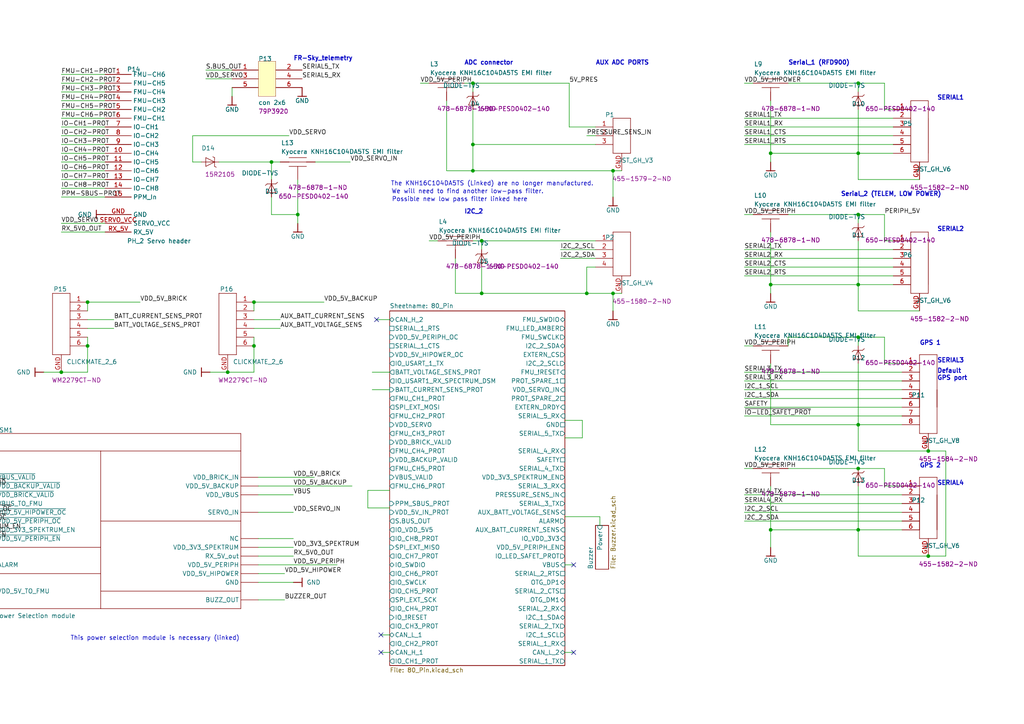
<source format=kicad_sch>
(kicad_sch (version 20250114) (generator "eeschema") (generator_version "9.0")
  (paper "A4")
  (lib_symbols
    (symbol "CB_REV_C:root_0_JST_GH_V3_CB_REV_C.SCHLIB" (pin_names (hide yes))
      (symbol "root_0_JST_GH_V3_CB_REV_C.SCHLIB_1_0"
        (polyline (pts (xy -2.54 7.62) (xy -2.54 -2.54)) (stroke (width 0) (color 128 0 0 1)))
        (polyline (pts (xy -2.54 -2.54) (xy 2.54 -2.54)) (stroke (width 0) (color 128 0 0 1)))
        (polyline (pts (xy 2.54 7.62) (xy -2.54 7.62)) (stroke (width 0) (color 128 0 0 1)))
        (polyline (pts (xy 2.54 -2.54) (xy 2.54 7.62)) (stroke (width 0) (color 128 0 0 1)))
        (pin passive line (at -7.62 5.08 0) (length 5.08) (name "1") (number "1"))
        (pin passive line (at -7.62 2.54 0) (length 5.08) (name "2") (number "2"))
        (pin passive line (at -7.62 0 0) (length 5.08) (name "3") (number "3"))
        (pin passive line (at 0 -7.62 90) (length 5.08) (name "GND") (number "GND"))
      )
    )
    (symbol "CB_REV_C:root_0_JST_GH_V4_CB_REV_C.SCHLIB" (pin_names (hide yes))
      (symbol "root_0_JST_GH_V4_CB_REV_C.SCHLIB_1_0"
        (polyline (pts (xy -2.54 10.16) (xy -2.54 -2.54)) (stroke (width 0) (color 128 0 0 1)))
        (polyline (pts (xy -2.54 -2.54) (xy 2.54 -2.54)) (stroke (width 0) (color 128 0 0 1)))
        (polyline (pts (xy 2.54 10.16) (xy -2.54 10.16)) (stroke (width 0) (color 128 0 0 1)))
        (polyline (pts (xy 2.54 -2.54) (xy 2.54 10.16)) (stroke (width 0) (color 128 0 0 1)))
        (pin passive line (at -7.62 7.62 0) (length 5.08) (name "1") (number "1"))
        (pin passive line (at -7.62 5.08 0) (length 5.08) (name "2") (number "2"))
        (pin passive line (at -7.62 2.54 0) (length 5.08) (name "3") (number "3"))
        (pin passive line (at -7.62 0 0) (length 5.08) (name "4") (number "4"))
        (pin passive line (at 0 -7.62 90) (length 5.08) (name "GND") (number "GND"))
      )
    )
    (symbol "CB_REV_C:root_0_JST_GH_V6_CB_REV_C.SCHLIB" (pin_names (hide yes))
      (symbol "root_0_JST_GH_V6_CB_REV_C.SCHLIB_1_0"
        (polyline (pts (xy -2.54 15.24) (xy -2.54 0)) (stroke (width 0) (color 128 0 0 1)))
        (polyline (pts (xy -2.54 10.16) (xy -2.54 -2.54)) (stroke (width 0) (color 128 0 0 1)))
        (polyline (pts (xy -2.54 -2.54) (xy 2.54 -2.54)) (stroke (width 0) (color 128 0 0 1)))
        (polyline (pts (xy 2.54 15.24) (xy -2.54 15.24)) (stroke (width 0) (color 128 0 0 1)))
        (polyline (pts (xy 2.54 0) (xy 2.54 15.24)) (stroke (width 0) (color 128 0 0 1)))
        (polyline (pts (xy 2.54 -2.54) (xy 2.54 10.16)) (stroke (width 0) (color 128 0 0 1)))
        (pin passive line (at -7.62 12.7 0) (length 5.08) (name "1") (number "1"))
        (pin passive line (at -7.62 10.16 0) (length 5.08) (name "2") (number "2"))
        (pin passive line (at -7.62 7.62 0) (length 5.08) (name "3") (number "3"))
        (pin passive line (at -7.62 5.08 0) (length 5.08) (name "4") (number "4"))
        (pin passive line (at -7.62 2.54 0) (length 5.08) (name "5") (number "5"))
        (pin passive line (at -7.62 0 0) (length 5.08) (name "6") (number "6"))
        (pin passive line (at 0 -7.62 90) (length 5.08) (name "GND") (number "GND"))
      )
    )
    (symbol "CB_REV_C:root_0_JST_GH_V8_CB_REV_C.SCHLIB" (pin_names (hide yes))
      (symbol "root_0_JST_GH_V8_CB_REV_C.SCHLIB_1_0"
        (polyline (pts (xy -2.54 20.32) (xy -2.54 5.08)) (stroke (width 0) (color 128 0 0 1)))
        (polyline (pts (xy -2.54 10.16) (xy -2.54 -2.54)) (stroke (width 0) (color 128 0 0 1)))
        (polyline (pts (xy -2.54 -2.54) (xy 2.54 -2.54)) (stroke (width 0) (color 128 0 0 1)))
        (polyline (pts (xy 2.54 20.32) (xy -2.54 20.32)) (stroke (width 0) (color 128 0 0 1)))
        (polyline (pts (xy 2.54 5.08) (xy 2.54 20.32)) (stroke (width 0) (color 128 0 0 1)))
        (polyline (pts (xy 2.54 -2.54) (xy 2.54 10.16)) (stroke (width 0) (color 128 0 0 1)))
        (pin passive line (at -7.62 17.78 0) (length 5.08) (name "1") (number "1"))
        (pin passive line (at -7.62 15.24 0) (length 5.08) (name "2") (number "2"))
        (pin passive line (at -7.62 12.7 0) (length 5.08) (name "3") (number "3"))
        (pin passive line (at -7.62 10.16 0) (length 5.08) (name "4") (number "4"))
        (pin passive line (at -7.62 7.62 0) (length 5.08) (name "5") (number "5"))
        (pin passive line (at -7.62 5.08 0) (length 5.08) (name "6") (number "6"))
        (pin passive line (at -7.62 2.54 0) (length 5.08) (name "7") (number "7"))
        (pin passive line (at -7.62 0 0) (length 5.08) (name "8") (number "8"))
        (pin passive line (at 0 -7.62 90) (length 5.08) (name "GND") (number "GND"))
      )
    )
    (symbol "CB_REV_C:root_0_KNH16C104DA5TS_CB_REV_C.SCHLIB" (pin_numbers (hide yes)) (pin_names (hide yes))
      (symbol "root_0_KNH16C104DA5TS_CB_REV_C.SCHLIB_1_0"
        (polyline (pts (xy 0 -1.27) (xy -2.54 -1.27)) (stroke (width 0) (color 128 0 0 1)))
        (polyline (pts (xy 0 -1.27) (xy 0 -2.54)) (stroke (width 0) (color 128 0 0 1)))
        (polyline (pts (xy 2.54 1.27) (xy -2.54 1.27)) (stroke (width 0) (color 128 0 0 1)))
        (polyline (pts (xy 2.54 0) (xy -2.54 0)) (stroke (width 0) (color 128 0 0 1)))
        (polyline (pts (xy 2.54 -1.27) (xy 0 -1.27)) (stroke (width 0) (color 128 0 0 1)))
        (pin passive line (at -5.08 0 0) (length 2.54) (name "P$1") (number "P$1"))
        (pin passive line (at 0 -5.08 90) (length 2.54) (name "GND") (number "GND"))
        (pin passive line (at 5.08 0 180) (length 2.54) (name "P$2") (number "P$2"))
      )
    )
    (symbol "CB_REV_C:root_0_PH_2 Servo header_CB_REV_C.SCHLIB"
      (symbol "root_0_PH_2 Servo header_CB_REV_C.SCHLIB_1_0"
        (pin passive line (at -7.62 30.48 0) (length 7.62) (name "FMU-CH6") (number "1"))
        (pin passive line (at -7.62 27.94 0) (length 7.62) (name "FMU-CH5") (number "2"))
        (pin passive line (at -7.62 25.4 0) (length 7.62) (name "FMU-CH4") (number "3"))
        (pin passive line (at -7.62 22.86 0) (length 7.62) (name "FMU-CH3") (number "4"))
        (pin passive line (at -7.62 20.32 0) (length 7.62) (name "FMU-CH2") (number "5"))
        (pin passive line (at -7.62 17.78 0) (length 7.62) (name "FMU-CH1") (number "6"))
        (pin passive line (at -7.62 15.24 0) (length 7.62) (name "IO-CH1") (number "7"))
        (pin passive line (at -7.62 12.7 0) (length 7.62) (name "IO-CH2") (number "8"))
        (pin passive line (at -7.62 10.16 0) (length 7.62) (name "IO-CH3") (number "9"))
        (pin passive line (at -7.62 7.62 0) (length 7.62) (name "IO-CH4") (number "10"))
        (pin passive line (at -7.62 5.08 0) (length 7.62) (name "IO-CH5") (number "11"))
        (pin passive line (at -7.62 2.54 0) (length 7.62) (name "IO-CH6") (number "12"))
        (pin passive line (at -7.62 0 0) (length 7.62) (name "IO-CH7") (number "13"))
        (pin passive line (at -7.62 -2.54 0) (length 7.62) (name "IO-CH8") (number "14"))
        (pin passive line (at -7.62 -5.08 0) (length 7.62) (name "PPM_In") (number "15"))
        (pin passive line (at -7.62 -10.16 0) (length 7.62) (name "GND") (number "GND"))
        (pin passive line (at -7.62 -12.7 0) (length 7.62) (name "SERVO_VCC") (number "SERVO_VCC"))
        (pin passive line (at -7.62 -15.24 0) (length 7.62) (name "RX_5V") (number "RX_5V"))
      )
    )
    (symbol "CB_REV_C:root_0_PSMPSM_CB_REV_C.SCHLIB" (pin_numbers (hide yes))
      (symbol "root_0_PSMPSM_CB_REV_C.SCHLIB_1_0"
        (polyline (pts (xy -22.86 43.18) (xy -22.86 38.1)) (stroke (width 0) (color 128 0 0 1)))
        (polyline (pts (xy -22.86 38.1) (xy 7.62 38.1)) (stroke (width 0) (color 128 0 0 1)))
        (polyline (pts (xy -22.86 10.16) (xy -22.86 38.1)) (stroke (width 0) (color 128 0 0 1)))
        (polyline (pts (xy -22.86 10.16) (xy 7.62 10.16)) (stroke (width 0) (color 128 0 0 1)))
        (polyline (pts (xy -22.86 2.54) (xy -22.86 10.16)) (stroke (width 0) (color 128 0 0 1)))
        (polyline (pts (xy -22.86 -7.62) (xy -22.86 2.54)) (stroke (width 0) (color 128 0 0 1)))
        (polyline (pts (xy 7.62 38.1) (xy 7.62 17.78)) (stroke (width 0) (color 128 0 0 1)))
        (polyline (pts (xy 7.62 38.1) (xy 48.26 38.1)) (stroke (width 0) (color 128 0 0 1)))
        (polyline (pts (xy 7.62 17.78) (xy 7.62 10.16)) (stroke (width 0) (color 128 0 0 1)))
        (polyline (pts (xy 7.62 17.78) (xy 48.26 17.78)) (stroke (width 0) (color 128 0 0 1)))
        (polyline (pts (xy 7.62 10.16) (xy 7.62 2.54)) (stroke (width 0) (color 128 0 0 1)))
        (polyline (pts (xy 7.62 2.54) (xy -22.86 2.54)) (stroke (width 0) (color 128 0 0 1)))
        (polyline (pts (xy 7.62 2.54) (xy 7.62 -2.54)) (stroke (width 0) (color 128 0 0 1)))
        (polyline (pts (xy 7.62 -2.54) (xy 7.62 -7.62)) (stroke (width 0) (color 128 0 0 1)))
        (polyline (pts (xy 7.62 -2.54) (xy 48.26 -2.54)) (stroke (width 0) (color 128 0 0 1)))
        (polyline (pts (xy 7.62 -7.62) (xy -22.86 -7.62)) (stroke (width 0) (color 128 0 0 1)))
        (polyline (pts (xy 7.62 -7.62) (xy 48.26 -7.62)) (stroke (width 0) (color 128 0 0 1)))
        (polyline (pts (xy 48.26 43.18) (xy -22.86 43.18)) (stroke (width 0) (color 128 0 0 1)))
        (polyline (pts (xy 48.26 38.1) (xy 48.26 43.18)) (stroke (width 0) (color 128 0 0 1)))
        (polyline (pts (xy 48.26 17.78) (xy 48.26 38.1)) (stroke (width 0) (color 128 0 0 1)))
        (polyline (pts (xy 48.26 -2.54) (xy 48.26 17.78)) (stroke (width 0) (color 128 0 0 1)))
        (polyline (pts (xy 48.26 -7.62) (xy 48.26 -2.54)) (stroke (width 0) (color 128 0 0 1)))
        (pin passive line (at -27.94 30.48 0) (length 5.08) (name "~{VBUS_VALID}") (number "!VBUS_VALID"))
        (pin passive line (at -27.94 27.94 0) (length 5.08) (name "~{VDD_BACKUP_VALID}") (number "!VDD_BACKUP_VALID"))
        (pin passive line (at -27.94 25.4 0) (length 5.08) (name "~{VDD_BRICK_VALID}") (number "!VDD_BRICK_VALID"))
        (pin passive line (at -27.94 22.86 0) (length 5.08) (name "VBUS_TO_FMU") (number "VBUS"))
        (pin passive line (at -27.94 20.32 0) (length 5.08) (name "~{VDD_5V_HIPOWER_OC}") (number "!VDD_5V_HIPOWER_OC"))
        (pin passive line (at -27.94 17.78 0) (length 5.08) (name "~{VDD_5V_PERIPH_OC}") (number "!VDD_5V_PERIPH_OC"))
        (pin passive line (at -27.94 15.24 0) (length 5.08) (name "VDD_3V3_SPEKTRUM_EN") (number "VDD_3V3_SPEKTRUM_EN"))
        (pin passive line (at -27.94 12.7 0) (length 5.08) (name "~{VDD_5V_PERIPH_EN}") (number "!VDD_5V_PERIPH_EN"))
        (pin passive line (at -27.94 5.08 0) (length 5.08) (name "ALARM") (number "ALARM"))
        (pin passive line (at -27.94 -2.54 0) (length 5.08) (name "VDD_5V_TO_FMU") (number "VDD_5V_IN_PROT"))
        (pin passive line (at 53.34 30.48 180) (length 5.08) (name "VDD_BRICK_IN") (number "VDD_BRICK_IN"))
        (pin passive line (at 53.34 27.94 180) (length 5.08) (name "VDD_5V_BACKUP") (number "VDD_5V_BACKUP"))
        (pin passive line (at 53.34 25.4 180) (length 5.08) (name "VDD_VBUS") (number "VDD_VBUS"))
        (pin passive line (at 53.34 20.32 180) (length 5.08) (name "SERVO_IN") (number "SERVO_IN"))
        (pin passive line (at 53.34 12.7 180) (length 5.08) (name "NC") (number "NC"))
        (pin passive line (at 53.34 10.16 180) (length 5.08) (name "VDD_3V3_SPEKTRUM") (number "SPEK"))
        (pin passive line (at 53.34 7.62 180) (length 5.08) (name "RX_5V_out") (number "RX"))
        (pin passive line (at 53.34 5.08 180) (length 5.08) (name "VDD_5V_PERIPH") (number "5V_PERIPH"))
        (pin passive line (at 53.34 2.54 180) (length 5.08) (name "VDD_5V_HIPOWER") (number "5V_HIPOWER"))
        (pin passive line (at 53.34 0 180) (length 5.08) (name "GND") (number "GND"))
        (pin passive line (at 53.34 -5.08 180) (length 5.08) (name "BUZZ_OUT") (number "BUZZER_OUT"))
      )
    )
    (symbol "CB_REV_C:root_0_con 2x6_CB_REV_C.SCHLIB" (pin_names (hide yes))
      (symbol "root_0_con 2x6_CB_REV_C.SCHLIB_1_0"
        (rectangle (start 2.54 5.08) (end -2.54 -5.08) (stroke (width 0.0254) (color 128 0 0 1)) (fill (type background)))
        (pin passive line (at -10.16 2.54 0) (length 7.62) (name "1") (number "1"))
        (pin passive line (at -10.16 0 0) (length 7.62) (name "3") (number "3"))
        (pin passive line (at -10.16 -2.54 0) (length 7.62) (name "5") (number "5"))
        (pin passive line (at 10.16 2.54 180) (length 7.62) (name "2") (number "2"))
        (pin passive line (at 10.16 0 180) (length 7.62) (name "4") (number "4"))
        (pin passive line (at 10.16 -2.54 180) (length 7.62) (name "6") (number "6"))
      )
    )
    (symbol "CB_REV_C:root_0_mirrored_CLICKMATE_2_6_CB_REV_C.SCHLIB" (pin_names (hide yes))
      (symbol "root_0_mirrored_CLICKMATE_2_6_CB_REV_C.SCHLIB_1_0"
        (polyline (pts (xy -2.54 15.24) (xy 2.54 15.24)) (stroke (width 0) (color 128 0 0 1)))
        (polyline (pts (xy -2.54 -2.54) (xy -2.54 15.24)) (stroke (width 0) (color 128 0 0 1)))
        (polyline (pts (xy 2.54 15.24) (xy 2.54 -2.54)) (stroke (width 0) (color 128 0 0 1)))
        (polyline (pts (xy 2.54 -2.54) (xy -2.54 -2.54)) (stroke (width 0) (color 128 0 0 1)))
        (pin passive line (at 0 -7.62 90) (length 5.08) (name "GND") (number "GND"))
        (pin passive line (at 7.62 12.7 180) (length 5.08) (name "1") (number "1"))
        (pin passive line (at 7.62 10.16 180) (length 5.08) (name "2") (number "2"))
        (pin passive line (at 7.62 7.62 180) (length 5.08) (name "3") (number "3"))
        (pin passive line (at 7.62 5.08 180) (length 5.08) (name "4") (number "4"))
        (pin passive line (at 7.62 2.54 180) (length 5.08) (name "5") (number "5"))
        (pin passive line (at 7.62 0 180) (length 5.08) (name "6") (number "6"))
      )
    )
    (symbol "CB_REV_C:root_1_DIODE-TVS_CB_REV_C.SCHLIB" (pin_numbers (hide yes)) (pin_names (hide yes))
      (symbol "root_1_DIODE-TVS_CB_REV_C.SCHLIB_1_0"
        (polyline (pts (xy -1.27 1.27) (xy -1.778 0.813)) (stroke (width 0) (color 128 0 0 1)))
        (polyline (pts (xy -1.27 -1.27) (xy 0 1.27)) (stroke (width 0) (color 128 0 0 1)))
        (polyline (pts (xy 0 1.27) (xy -1.27 1.27)) (stroke (width 0) (color 128 0 0 1)))
        (polyline (pts (xy 0 1.27) (xy 1.27 -1.27)) (stroke (width 0) (color 128 0 0 1)))
        (polyline (pts (xy 1.27 1.27) (xy 0 1.27)) (stroke (width 0) (color 128 0 0 1)))
        (polyline (pts (xy 1.27 -1.27) (xy -1.27 -1.27)) (stroke (width 0) (color 128 0 0 1)))
        (polyline (pts (xy 1.77 1.753) (xy 1.27 1.27)) (stroke (width 0) (color 128 0 0 1)))
        (pin passive line (at 0 2.54 270) (length 2.54) (name "C") (number "C"))
        (pin passive line (at 0 -2.54 90) (length 2.54) (name "A") (number "A"))
      )
    )
    (symbol "CB_REV_C:root_2_mirrored_DIODE-SCHOTTKY_MSMP_CB_REV_C.SCHLIB" (pin_numbers (hide yes)) (pin_names (hide yes))
      (symbol "root_2_mirrored_DIODE-SCHOTTKY_MSMP_CB_REV_C.SCHLIB_1_0"
        (polyline (pts (xy -1.27 1.27) (xy -1.27 -1.27)) (stroke (width 0) (color 128 0 0 1)))
        (polyline (pts (xy -1.27 -1.27) (xy 1.27 0)) (stroke (width 0) (color 128 0 0 1)))
        (polyline (pts (xy 0.762 1.524) (xy 1.27 1.27)) (stroke (width 0) (color 128 0 0 1)))
        (polyline (pts (xy 1.27 1.27) (xy 1.27 0)) (stroke (width 0) (color 128 0 0 1)))
        (polyline (pts (xy 1.27 0) (xy -1.27 1.27)) (stroke (width 0) (color 128 0 0 1)))
        (polyline (pts (xy 1.27 0) (xy 1.27 -1.27)) (stroke (width 0) (color 128 0 0 1)))
        (polyline (pts (xy 1.778 -1.524) (xy 1.27 -1.27)) (stroke (width 0) (color 128 0 0 1)))
        (pin passive line (at -2.54 0 0) (length 2.54) (name "A") (number "ANODE"))
        (pin passive line (at 2.54 0 180) (length 2.54) (name "C") (number "CATHODE"))
      )
    )
    (symbol "TransferProject-altium-import:GND_BAR" (power)
      (property "Value" "GND" (at 0 -3.81 0))
      (symbol "GND_BAR_0_0"
        (polyline (pts (xy -1.27 -2.54) (xy 1.27 -2.54)) (stroke (width 0.254)))
        (polyline (pts (xy 0 0) (xy 0 -2.54)) (stroke (width 0.254)))
        (pin power_in line (at 0 0 0) (length 0) (hide yes) (name "GND") (number ""))
      )
    )
  )
  (text "The KNH16C104DA5TS (Linked) are no longer manufactured." (at 142.748 53.34 0) (effects (font (size 1.27 1.27))))
  (text "SERIAL4" (at 271.78 140.97 0) (effects (font (size 1.27 1.27) (thickness 0.254) (bold yes)) (justify left bottom)))
  (text "SERIAL2" (at 271.78 67.31 0) (effects (font (size 1.27 1.27) (thickness 0.254) (bold yes)) (justify left bottom)))
  (text "ADC connector" (at 134.62 19.05 0) (effects (font (size 1.27 1.27) (thickness 0.254) (bold yes)) (justify left bottom)))
  (text "This power selection module is necessary (linked)" (at 44.958 185.166 0) (effects (font (size 1.27 1.27))))
  (text "GPS 1" (at 266.7 100.33 0) (effects (font (size 1.27 1.27) (thickness 0.254) (bold yes)) (justify left bottom)))
  (text " We will need to find another low-pass filter." (at 135.128 55.626 0) (effects (font (size 1.27 1.27))))
  (text "GPS 2" (at 266.7 135.89 0) (effects (font (size 1.27 1.27) (thickness 0.254) (bold yes)) (justify left bottom)))
  (text "SERIAL1" (at 271.78 29.21 0) (effects (font (size 1.27 1.27) (thickness 0.254) (bold yes)) (justify left bottom)))
  (text "SERIAL3" (at 271.78 105.41 0) (effects (font (size 1.27 1.27) (thickness 0.254) (bold yes)) (justify left bottom)))
  (text "Possible new low pass filter linked here" (at 133.35 57.912 0) (effects (font (size 1.27 1.27))))
  (text "Serial_2 (TELEM, LOW POWER)" (at 243.84 57.15 0) (effects (font (size 1.27 1.27) (thickness 0.254) (bold yes)) (justify left bottom)))
  (text "Default \nGPS port" (at 271.78 110.49 0) (effects (font (size 1.27 1.27) (thickness 0.254) (bold yes)) (justify left bottom)))
  (text "AUX ADC PORTS" (at 172.72 19.05 0) (effects (font (size 1.27 1.27) (thickness 0.254) (bold yes)) (justify left bottom)))
  (text "FR-Sky_telemetry" (at 85.09 17.78 0) (effects (font (size 1.27 1.27) (thickness 0.254) (bold yes)) (justify left bottom)))
  (text "Serial_1 (RFD900)" (at 228.6 19.05 0) (effects (font (size 1.27 1.27) (thickness 0.254) (bold yes)) (justify left bottom)))
  (text "I2C_2" (at 134.62 62.23 0) (effects (font (size 1.27 1.27) (thickness 0.254) (bold yes)) (justify left bottom)))
  (junction (at 223.52 153.67))
  (junction (at 17.78 107.95))
  (junction (at 66.04 107.95))
  (junction (at 269.24 161.29))
  (junction (at 269.24 130.81))
  (junction (at 137.16 24.13))
  (junction (at 248.92 82.55))
  (junction (at 25.4 87.63))
  (junction (at 177.8 49.53))
  (junction (at 25.4 100.33))
  (junction (at 137.16 41.91))
  (junction (at 248.92 97.79))
  (junction (at 248.92 123.19))
  (junction (at 86.36 62.23))
  (junction (at 78.74 46.99))
  (junction (at 223.52 82.55))
  (junction (at 139.7 85.09))
  (junction (at 177.8 85.09))
  (junction (at 223.52 44.45))
  (junction (at 139.7 69.85))
  (junction (at 73.66 87.63))
  (junction (at 248.92 44.45))
  (junction (at 248.92 62.23))
  (junction (at 170.18 85.09))
  (junction (at 73.66 100.33))
  (junction (at 248.92 24.13))
  (junction (at 248.92 153.67))
  (junction (at 137.16 49.53))
  (junction (at 248.92 135.89))
  (no_connect (at 110.49 184.15))
  (no_connect (at 166.37 189.23))
  (no_connect (at 110.49 189.23))
  (no_connect (at 109.22 92.71))
  (no_connect (at 166.37 163.83))
  (wire (pts (xy 215.9 107.95) (xy 261.62 107.95)))
  (wire (pts (xy 177.8 85.09) (xy 177.8 90.17)))
  (wire (pts (xy 248.92 44.45) (xy 248.92 31.75)))
  (wire (pts (xy 67.31 27.94) (xy 67.31 25.4)))
  (wire (pts (xy 113.03 113.03) (xy 107.95 113.03)))
  (wire (pts (xy 137.16 49.53) (xy 177.8 49.53)))
  (wire (pts (xy 180.34 85.09) (xy 177.8 85.09)))
  (wire (pts (xy 248.92 135.89) (xy 256.54 135.89)))
  (wire (pts (xy 274.32 161.29) (xy 274.32 130.81)))
  (wire (pts (xy 256.54 140.97) (xy 256.54 135.89)))
  (wire (pts (xy 17.78 36.83) (xy 30.48 36.83)))
  (wire (pts (xy 248.92 82.55) (xy 248.92 90.17)))
  (wire (pts (xy 248.92 161.29) (xy 269.24 161.29)))
  (wire (pts (xy -16.51 140.97) (xy -6.35 140.97)))
  (wire (pts (xy 113.03 189.23) (xy 110.49 189.23)))
  (wire (pts (xy -16.51 146.05) (xy -6.35 146.05)))
  (wire (pts (xy 269.24 161.29) (xy 274.32 161.29)))
  (wire (pts (xy 248.92 44.45) (xy 248.92 52.07)))
  (wire (pts (xy 17.78 52.07) (xy 30.48 52.07)))
  (wire (pts (xy 215.9 80.01) (xy 259.08 80.01)))
  (wire (pts (xy 256.54 31.75) (xy 256.54 24.13)))
  (wire (pts (xy 248.92 24.13) (xy 256.54 24.13)))
  (wire (pts (xy 17.78 24.13) (xy 30.48 24.13)))
  (wire (pts (xy 74.93 168.91) (xy 85.09 168.91)))
  (wire (pts (xy -16.51 151.13) (xy -6.35 151.13)))
  (wire (pts (xy 66.04 107.95) (xy 73.66 107.95)))
  (wire (pts (xy 228.6 24.13) (xy 248.92 24.13)))
  (wire (pts (xy 113.03 142.24) (xy 106.68 142.24)))
  (wire (pts (xy -16.51 148.59) (xy -6.35 148.59)))
  (wire (pts (xy 74.93 161.29) (xy 85.09 161.29)))
  (wire (pts (xy 17.78 44.45) (xy 30.48 44.45)))
  (wire (pts (xy 86.36 62.23) (xy 78.74 62.23)))
  (wire (pts (xy 74.93 148.59) (xy 85.09 148.59)))
  (wire (pts (xy -16.51 153.67) (xy -6.35 153.67)))
  (wire (pts (xy 137.16 49.53) (xy 129.54 49.53)))
  (wire (pts (xy 106.68 147.32) (xy 106.68 142.24)))
  (wire (pts (xy 30.48 64.77) (xy 17.78 64.77)))
  (wire (pts (xy 74.93 156.21) (xy 85.09 156.21)))
  (wire (pts (xy 215.9 148.59) (xy 261.62 148.59)))
  (wire (pts (xy 223.52 44.45) (xy 223.52 29.21)))
  (wire (pts (xy 223.52 82.55) (xy 248.92 82.55)))
  (wire (pts (xy 55.88 39.37) (xy 83.82 39.37)))
  (wire (pts (xy 78.74 46.99) (xy 81.28 46.99)))
  (wire (pts (xy 59.69 22.86) (xy 67.31 22.86)))
  (wire (pts (xy 139.7 85.09) (xy 170.18 85.09)))
  (wire (pts (xy 137.16 26.67) (xy 137.16 24.13)))
  (wire (pts (xy 248.92 97.79) (xy 256.54 97.79)))
  (wire (pts (xy 256.54 69.85) (xy 256.54 62.23)))
  (wire (pts (xy 17.78 26.67) (xy 30.48 26.67)))
  (wire (pts (xy 74.93 143.51) (xy 85.09 143.51)))
  (wire (pts (xy 166.37 189.23) (xy 163.83 189.23)))
  (wire (pts (xy 248.92 62.23) (xy 256.54 62.23)))
  (wire (pts (xy 139.7 72.39) (xy 139.7 69.85)))
  (wire (pts (xy 228.6 100.33) (xy 228.6 97.79)))
  (wire (pts (xy -16.51 138.43) (xy -6.35 138.43)))
  (wire (pts (xy 17.78 54.61) (xy 30.48 54.61)))
  (wire (pts (xy 162.56 74.93) (xy 172.72 74.93)))
  (wire (pts (xy 228.6 62.23) (xy 248.92 62.23)))
  (wire (pts (xy 25.4 100.33) (xy 25.4 97.79)))
  (wire (pts (xy 73.66 95.25) (xy 81.28 95.25)))
  (wire (pts (xy 137.16 49.53) (xy 137.16 41.91)))
  (wire (pts (xy 248.92 153.67) (xy 248.92 140.97)))
  (wire (pts (xy 256.54 31.75) (xy 259.08 31.75)))
  (wire (pts (xy 139.7 69.85) (xy 172.72 69.85)))
  (wire (pts (xy 30.48 57.15) (xy 17.78 57.15)))
  (wire (pts (xy 73.66 92.71) (xy 81.28 92.71)))
  (wire (pts (xy 132.08 74.93) (xy 132.08 85.09)))
  (wire (pts (xy 17.78 41.91) (xy 30.48 41.91)))
  (wire (pts (xy 74.93 138.43) (xy 91.186 138.43)))
  (wire (pts (xy 215.9 34.29) (xy 259.08 34.29)))
  (wire (pts (xy 256.54 105.41) (xy 256.54 97.79)))
  (wire (pts (xy 124.46 69.85) (xy 127 69.85)))
  (wire (pts (xy 30.48 67.31) (xy 17.78 67.31)))
  (wire (pts (xy 168.91 127) (xy 163.83 127)))
  (wire (pts (xy 137.16 24.13) (xy 165.1 24.13)))
  (wire (pts (xy 215.9 135.89) (xy 218.44 135.89)))
  (wire (pts (xy 223.52 153.67) (xy 248.92 153.67)))
  (wire (pts (xy 215.9 72.39) (xy 259.08 72.39)))
  (wire (pts (xy 223.52 158.75) (xy 223.52 153.67)))
  (wire (pts (xy 248.92 44.45) (xy 259.08 44.45)))
  (wire (pts (xy 215.9 113.03) (xy 261.62 113.03)))
  (wire (pts (xy -16.51 156.21) (xy -6.35 156.21)))
  (wire (pts (xy 86.36 62.23) (xy 86.36 52.07)))
  (wire (pts (xy 139.7 85.09) (xy 139.7 77.47)))
  (wire (pts (xy 74.93 140.97) (xy 102.108 140.97)))
  (wire (pts (xy 63.5 46.99) (xy 78.74 46.99)))
  (wire (pts (xy 248.92 123.19) (xy 248.92 105.41)))
  (wire (pts (xy 215.9 146.05) (xy 261.62 146.05)))
  (wire (pts (xy 132.08 85.09) (xy 139.7 85.09)))
  (wire (pts (xy 248.92 82.55) (xy 248.92 69.85)))
  (wire (pts (xy 25.4 87.63) (xy 40.64 87.63)))
  (wire (pts (xy 170.18 85.09) (xy 177.8 85.09)))
  (wire (pts (xy 12.7 107.95) (xy 17.78 107.95)))
  (wire (pts (xy 248.92 90.17) (xy 266.7 90.17)))
  (wire (pts (xy 55.88 46.99) (xy 55.88 39.37)))
  (wire (pts (xy 248.92 123.19) (xy 261.62 123.19)))
  (wire (pts (xy 173.99 149.86) (xy 163.83 149.86)))
  (wire (pts (xy 60.96 107.95) (xy 66.04 107.95)))
  (wire (pts (xy 223.52 123.19) (xy 248.92 123.19)))
  (wire (pts (xy 58.42 46.99) (xy 55.88 46.99)))
  (wire (pts (xy 168.91 121.92) (xy 168.91 127)))
  (wire (pts (xy 177.8 57.15) (xy 177.8 49.53)))
  (wire (pts (xy 215.9 41.91) (xy 259.08 41.91)))
  (wire (pts (xy 215.9 118.11) (xy 261.62 118.11)))
  (wire (pts (xy 25.4 92.71) (xy 33.02 92.71)))
  (wire (pts (xy 137.16 41.91) (xy 172.72 41.91)))
  (wire (pts (xy 223.52 123.19) (xy 223.52 105.41)))
  (wire (pts (xy 223.52 44.45) (xy 248.92 44.45)))
  (wire (pts (xy 17.78 21.59) (xy 30.48 21.59)))
  (wire (pts (xy 73.66 100.33) (xy 73.66 97.79)))
  (wire (pts (xy 113.03 184.15) (xy 110.49 184.15)))
  (wire (pts (xy 248.92 161.29) (xy 248.92 153.67)))
  (wire (pts (xy 166.37 163.83) (xy 163.83 163.83)))
  (wire (pts (xy 228.6 97.79) (xy 248.92 97.79)))
  (wire (pts (xy 256.54 140.97) (xy 261.62 140.97)))
  (wire (pts (xy 215.9 39.37) (xy 259.08 39.37)))
  (wire (pts (xy 248.92 153.67) (xy 261.62 153.67)))
  (wire (pts (xy -16.51 171.45) (xy -6.35 171.45)))
  (wire (pts (xy 215.9 115.57) (xy 261.62 115.57)))
  (wire (pts (xy 165.1 36.83) (xy 165.1 24.13)))
  (wire (pts (xy 59.69 20.32) (xy 67.31 20.32)))
  (wire (pts (xy 106.68 147.32) (xy 113.03 147.32)))
  (wire (pts (xy 78.74 52.07) (xy 78.74 46.99)))
  (wire (pts (xy 113.03 92.71) (xy 109.22 92.71)))
  (wire (pts (xy 223.52 82.55) (xy 223.52 67.31)))
  (wire (pts (xy 137.16 69.85) (xy 139.7 69.85)))
  (wire (pts (xy 137.16 41.91) (xy 137.16 31.75)))
  (wire (pts (xy 269.24 130.81) (xy 274.32 130.81)))
  (wire (pts (xy 17.78 29.21) (xy 30.48 29.21)))
  (wire (pts (xy 248.92 52.07) (xy 266.7 52.07)))
  (wire (pts (xy 215.9 74.93) (xy 259.08 74.93)))
  (wire (pts (xy 113.03 107.95) (xy 107.95 107.95)))
  (wire (pts (xy 74.93 163.83) (xy 97.79 163.83)))
  (wire (pts (xy 215.9 151.13) (xy 261.62 151.13)))
  (wire (pts (xy 134.62 24.13) (xy 137.16 24.13)))
  (wire (pts (xy 86.36 64.77) (xy 86.36 62.23)))
  (wire (pts (xy 170.18 77.47) (xy 170.18 85.09)))
  (wire (pts (xy 73.66 90.17) (xy 73.66 87.63)))
  (wire (pts (xy 248.92 82.55) (xy 259.08 82.55)))
  (wire (pts (xy 223.52 46.99) (xy 223.52 44.45)))
  (wire (pts (xy 74.93 158.75) (xy 85.09 158.75)))
  (wire (pts (xy 17.78 31.75) (xy 30.48 31.75)))
  (wire (pts (xy 215.9 120.65) (xy 261.62 120.65)))
  (wire (pts (xy 215.9 143.51) (xy 261.62 143.51)))
  (wire (pts (xy 121.92 24.13) (xy 124.46 24.13)))
  (wire (pts (xy 163.83 121.92) (xy 168.91 121.92)))
  (wire (pts (xy 215.9 77.47) (xy 259.08 77.47)))
  (wire (pts (xy 248.92 100.33) (xy 248.92 97.79)))
  (wire (pts (xy 129.54 49.53) (xy 129.54 29.21)))
  (wire (pts (xy 215.9 100.33) (xy 218.44 100.33)))
  (wire (pts (xy 170.18 77.47) (xy 172.72 77.47)))
  (wire (pts (xy 215.9 36.83) (xy 259.08 36.83)))
  (wire (pts (xy 215.9 62.23) (xy 218.44 62.23)))
  (wire (pts (xy 165.1 36.83) (xy 172.72 36.83)))
  (wire (pts (xy 17.78 107.95) (xy 25.4 107.95)))
  (wire (pts (xy 223.52 153.67) (xy 223.52 140.97)))
  (wire (pts (xy 170.18 39.37) (xy 172.72 39.37)))
  (wire (pts (xy 74.93 166.37) (xy 82.55 166.37)))
  (wire (pts (xy 248.92 130.81) (xy 269.24 130.81)))
  (wire (pts (xy 25.4 95.25) (xy 33.02 95.25)))
  (wire (pts (xy 173.99 149.86) (xy 173.99 152.4)))
  (wire (pts (xy 17.78 39.37) (xy 30.48 39.37)))
  (wire (pts (xy 73.66 87.63) (xy 93.98 87.63)))
  (wire (pts (xy 17.78 49.53) (xy 30.48 49.53)))
  (wire (pts (xy 17.78 34.29) (xy 30.48 34.29)))
  (wire (pts (xy -16.51 163.83) (xy -6.35 163.83)))
  (wire (pts (xy 215.9 110.49) (xy 261.62 110.49)))
  (wire (pts (xy 256.54 69.85) (xy 259.08 69.85)))
  (wire (pts (xy 248.92 26.67) (xy 248.92 24.13)))
  (wire (pts (xy 256.54 105.41) (xy 261.62 105.41)))
  (wire (pts (xy 91.44 46.99) (xy 101.6 46.99)))
  (wire (pts (xy 162.56 72.39) (xy 172.72 72.39)))
  (wire (pts (xy 228.6 135.89) (xy 248.92 135.89)))
  (wire (pts (xy 25.4 90.17) (xy 25.4 87.63)))
  (wire (pts (xy 223.52 85.09) (xy 223.52 82.55)))
  (wire (pts (xy 248.92 64.77) (xy 248.92 62.23)))
  (wire (pts (xy 25.4 107.95) (xy 25.4 100.33)))
  (wire (pts (xy 74.93 173.99) (xy 82.55 173.99)))
  (wire (pts (xy 177.8 49.53) (xy 180.34 49.53)))
  (wire (pts (xy 78.74 62.23) (xy 78.74 57.15)))
  (wire (pts (xy 17.78 46.99) (xy 30.48 46.99)))
  (wire (pts (xy 248.92 130.81) (xy 248.92 123.19)))
  (wire (pts (xy 73.66 107.95) (xy 73.66 100.33)))
  (wire (pts (xy 215.9 24.13) (xy 218.44 24.13)))
  (wire (pts (xy -16.51 143.51) (xy -6.35 143.51)))
  (label "FMU-CH5-PROT" (at 17.78 31.75 0))
  (label "IO-CH4-PROT" (at 17.78 44.45 0))
  (label "RX_5V0_OUT" (at 17.78 67.31 0))
  (label "VDD_SERVO" (at 17.78 64.77 0))
  (label "IO-CH6-PROT" (at 17.78 49.53 0))
  (label "SERIAL4_RX" (at 215.9 146.05 0))
  (label "FMU-CH6-PROT" (at 17.78 34.29 0))
  (label "IO-CH7-PROT" (at 17.78 52.07 0))
  (label "VDD_5V_PERIPH" (at 124.46 69.85 0))
  (label "SERIAL1_TX" (at 215.9 34.29 0))
  (label "VDD_3V3_SPEKTRUM_EN" (at -16.51 153.67 0))
  (label "SERIAL5_RX" (at 87.63 22.86 0))
  (label "VDD_5V_BACKUP" (at 85.09 140.97 0))
  (label "AUX_BATT_VOLTAGE_SENS" (at 81.28 95.25 0))
  (label "~{VDD_5V_HIPOWER_OC}" (at -16.51 148.59 0))
  (label "SERIAL3_RX" (at 215.9 110.49 0))
  (label "VBUS" (at -16.51 146.05 0))
  (label "VBUS" (at 85.09 143.51 0))
  (label "IO-CH1-PROT" (at 17.78 36.83 0))
  (label "VDD_SERVO" (at 83.82 39.37 0))
  (label "IO-CH3-PROT" (at 17.78 41.91 0))
  (label "VDD_3V3_SPEKTRUM" (at 85.09 158.75 0))
  (label "VDD_5V_BRICK" (at 85.09 138.43 0))
  (label "BATT_VOLTAGE_SENS_PROT" (at 33.02 95.25 0))
  (label "I2C_1_SCL" (at 215.9 113.03 0))
  (label "~{VDD_5V_PERIPH_OC}" (at -16.51 151.13 0))
  (label "VDD_5V_IN_PROT" (at -16.51 171.45 0))
  (label "5V_PRES" (at 165.1 24.13 0))
  (label "FMU-CH2-PROT" (at 17.78 24.13 0))
  (label "I2C_2_SCL" (at 215.9 148.59 0))
  (label "VDD_SERVO_IN" (at 85.09 148.59 0))
  (label "FMU-CH4-PROT" (at 17.78 29.21 0))
  (label "SERIAL4_TX" (at 215.9 143.51 0))
  (label "SERIAL2_RX" (at 215.9 74.93 0))
  (label "VDD_5V_PERIPH" (at 215.9 100.33 0))
  (label "I2C_1_SDA" (at 215.9 115.57 0))
  (label "VDD_5V_PERIPH" (at 215.9 135.89 0))
  (label "SERIAL1_RTS" (at 215.9 41.91 0))
  (label "SERIAL1_CTS" (at 215.9 39.37 0))
  (label "AUX_BATT_CURRENT_SENS" (at 81.28 92.71 0))
  (label "SERIAL3_TX" (at 215.9 107.95 0))
  (label "BUZZER_OUT" (at 82.55 173.99 0))
  (label "SAFETY" (at 215.9 118.11 0))
  (label "I2C_2_SCL" (at 162.56 72.39 0))
  (label "VDD_5V_BACKUP" (at 93.98 87.63 0))
  (label "VDD_5V_PERIPH" (at 121.92 24.13 0))
  (label "FMU-CH1-PROT" (at 17.78 21.59 0))
  (label "SERIAL2_RTS" (at 215.9 80.01 0))
  (label "VDD_5V_HIPOWER" (at 82.55 166.37 0))
  (label "VDD_5V_HIPOWER" (at 215.9 24.13 0))
  (label "S.BUS_OUT" (at 59.69 20.32 0))
  (label "SERIAL1_RX" (at 215.9 36.83 0))
  (label "IO-CH2-PROT" (at 17.78 39.37 0))
  (label "VDD_SERVO_IN" (at 101.6 46.99 0))
  (label "~{VDD_5V_PERIPH_EN}" (at -16.51 156.21 0))
  (label "~{VDD_BACKUP_VALID}" (at -16.51 140.97 0))
  (label "I2C_2_SDA" (at 215.9 151.13 0))
  (label "SERIAL2_TX" (at 215.9 72.39 0))
  (label "VDD_5V_BRICK" (at 40.64 87.63 0))
  (label "VDD_SERVO" (at 59.69 22.86 0))
  (label "VDD_5V_PERIPH" (at 85.09 163.83 0))
  (label "I2C_2_SDA" (at 162.56 74.93 0))
  (label "PRESSURE_SENS_IN" (at 170.18 39.37 0))
  (label "FMU-CH3-PROT" (at 17.78 26.67 0))
  (label "IO-CH5-PROT" (at 17.78 46.99 0))
  (label "SERIAL2_CTS" (at 215.9 77.47 0))
  (label "~{VBUS_VALID}" (at -16.51 138.43 0))
  (label "~{VDD_BRICK_VALID}" (at -16.51 143.51 0))
  (label "PERIPH_5V" (at 256.54 62.23 0))
  (label "VDD_5V_PERIPH" (at 215.9 62.23 0))
  (label "IO-CH8-PROT" (at 17.78 54.61 0))
  (label "ALARM" (at -16.51 163.83 0))
  (label "RX_5V0_OUT" (at 85.09 161.29 0))
  (label "PPM-SBUS-PROT" (at 17.78 57.15 0))
  (label "BATT_CURRENT_SENS_PROT" (at 33.02 92.71 0))
  (label "SERIAL5_TX" (at 87.63 20.32 0))
  (label "~{IO-LED_SAFET_PROT}" (at 215.9 120.65 0))
  (symbol (lib_id "CB_REV_C:root_0_mirrored_CLICKMATE_2_6_CB_REV_C.SCHLIB") (at 17.78 100.33 0) (unit 1)
    (property "Reference" "P15" (at 15.494 84.582 0) (effects (justify left bottom)))
    (property "Value" "CLICKMATE_2_6" (at 19.304 105.664 0) (effects (justify left bottom)))
    (property "Footprint" "CLICKMATE_V6_2MM" (effects (hide yes)))
    (property "Description" "Connector, Header, 6Pos, 2.54MM, Vert, THT, Au" (effects (hide yes)))
    (property "SUPPLIER 1" "Digi-Key" (effects (hide yes)))
    (property "SUPPLIER PART NUMBER 1" "WM2279CT-ND" (at 14.986 110.998 0) (effects (justify left bottom)))
  )
  (symbol (lib_id "CB_REV_C:root_0_JST_GH_V3_CB_REV_C.SCHLIB") (at 180.34 41.91 0) (unit 1)
    (property "Reference" "P1" (at 175.514 34.036 0) (effects (justify left bottom)))
    (property "Value" "JST_GH_V3" (at 179.324 47.244 0) (effects (justify left bottom)))
    (property "Footprint" "JST_GH_V3" (effects (hide yes)))
    (property "Description" "BM03B-GHS-TBT" (effects (hide yes)))
    (property "SUPPLIER 1" "Digi-Key" (effects (hide yes)))
    (property "SUPPLIER PART NUMBER 1" "455-1579-2-ND" (at 177.546 52.578 0) (effects (justify left bottom)))
  )
  (symbol (lib_id "CB_REV_C:root_1_DIODE-TVS_CB_REV_C.SCHLIB") (at 248.92 138.43 0) (unit 1)
    (property "Reference" "D13" (at 250.952 140.081 0) (effects (justify right bottom)))
    (property "Value" "DIODE-TVS" (at 250.952 134.747 0) (effects (justify right bottom)))
    (property "Footprint" "0402-TVS" (effects (hide yes)))
    (property "Description" "Diode, TVS, 14VWM, 40VC, 0402, SMD" (effects (hide yes)))
    (property "SUPPLIER 1" "Mouser" (effects (hide yes)))
    (property "SUPPLIER PART NUMBER 1" "650-PESD0402-140" (at 250.944 141.503 0) (effects (justify left bottom)))
  )
  (symbol (lib_id "CB_REV_C:root_0_JST_GH_V6_CB_REV_C.SCHLIB") (at 266.7 44.45 0) (unit 1)
    (property "Reference" "P5" (at 261.874 36.576 0) (effects (justify left bottom)))
    (property "Value" "JST_GH_V6" (at 265.684 49.784 0) (effects (justify left bottom)))
    (property "Footprint" "JST_GH_V6" (effects (hide yes)))
    (property "Description" "BM06B-GHS-TBT" (effects (hide yes)))
    (property "SUPPLIER 1" "Digi-Key" (effects (hide yes)))
    (property "SUPPLIER PART NUMBER 1" "455-1582-2-ND" (at 263.906 55.118 0) (effects (justify left bottom)))
  )
  (symbol (lib_id "TransferProject-altium-import:GND_BAR") (at 223.52 85.09 0) (unit 1)
    (property "Reference" "#PWR036" (effects (hide yes)))
    (property "Value" "GND" (at 223.52 88.9 0))
  )
  (symbol (lib_id "CB_REV_C:root_0_JST_GH_V6_CB_REV_C.SCHLIB") (at 269.24 153.67 0) (unit 1)
    (property "Reference" "P12" (at 264.414 145.796 0) (effects (justify left bottom)))
    (property "Value" "JST_GH_V6" (at 268.224 159.004 0) (effects (justify left bottom)))
    (property "Footprint" "JST_GH_V6" (effects (hide yes)))
    (property "Description" "BM06B-GHS-TBT" (effects (hide yes)))
    (property "SUPPLIER 1" "Digi-Key" (effects (hide yes)))
    (property "SUPPLIER PART NUMBER 1" "455-1582-2-ND" (at 266.446 164.338 0) (effects (justify left bottom)))
  )
  (symbol (lib_id "CB_REV_C:root_2_mirrored_DIODE-SCHOTTKY_MSMP_CB_REV_C.SCHLIB") (at 60.96 46.99 0) (unit 1)
    (property "Reference" "D14" (at 58.42 43.688 0) (effects (justify left bottom)))
    (property "Value" "MSS1P4-M3" (effects (hide yes)))
    (property "Footprint" "MICROSMP" (effects (hide yes)))
    (property "Description" "Diode, Schottky, 40V, 1A, MicroSMP, SMD" (effects (hide yes)))
    (property "SUPPLIER 1" "Newark" (effects (hide yes)))
    (property "SUPPLIER PART NUMBER 1" "15R2105" (at 59.436 51.308 0) (effects (justify left bottom)))
  )
  (symbol (lib_id "TransferProject-altium-import:GND_BAR") (at 223.52 158.75 0) (unit 1)
    (property "Reference" "#PWR043" (effects (hide yes)))
    (property "Value" "GND" (at 223.52 162.56 0))
  )
  (symbol (lib_id "CB_REV_C:root_0_JST_GH_V8_CB_REV_C.SCHLIB") (at 269.24 123.19 0) (unit 1)
    (property "Reference" "P11" (at 264.414 115.316 0) (effects (justify left bottom)))
    (property "Value" "JST_GH_V8" (at 268.224 128.524 0) (effects (justify left bottom)))
    (property "Footprint" "JST_GH_V8" (effects (hide yes)))
    (property "Description" "BM08B-GHS-TBT" (effects (hide yes)))
    (property "SUPPLIER 1" "Digi-Key" (effects (hide yes)))
    (property "SUPPLIER PART NUMBER 1" "455-1584-2-ND" (at 266.446 133.858 0) (effects (justify left bottom)))
  )
  (symbol (lib_id "TransferProject-altium-import:GND_BAR") (at 177.8 57.15 0) (unit 1)
    (property "Reference" "#PWR031" (effects (hide yes)))
    (property "Value" "GND" (at 177.8 60.96 0))
  )
  (symbol (lib_id "TransferProject-altium-import:GND_BAR") (at 85.09 168.91 90) (unit 1)
    (property "Reference" "#PWR049" (effects (hide yes)))
    (property "Value" "GND" (at 88.9 168.91 90) (effects (justify right)))
  )
  (symbol (lib_id "CB_REV_C:root_1_DIODE-TVS_CB_REV_C.SCHLIB") (at 78.74 54.61 0) (unit 1)
    (property "Reference" "D15" (at 80.772 56.261 0) (effects (justify right bottom)))
    (property "Value" "DIODE-TVS" (at 80.772 50.927 0) (effects (justify right bottom)))
    (property "Footprint" "0402-TVS" (effects (hide yes)))
    (property "Description" "Diode, TVS, 14VWM, 40VC, 0402, SMD" (effects (hide yes)))
    (property "SUPPLIER 1" "Mouser" (effects (hide yes)))
    (property "SUPPLIER PART NUMBER 1" "650-PESD0402-140" (at 80.764 57.683 0) (effects (justify left bottom)))
  )
  (symbol (lib_id "TransferProject-altium-import:GND_BAR") (at 86.36 64.77 0) (unit 1)
    (property "Reference" "#PWR044" (effects (hide yes)))
    (property "Value" "GND" (at 86.36 68.58 0))
  )
  (symbol (lib_id "CB_REV_C:root_0_KNH16C104DA5TS_CB_REV_C.SCHLIB") (at 223.52 100.33 0) (unit 1)
    (property "Reference" "L11" (at 218.694 95.504 0) (effects (justify left bottom)))
    (property "Value" "Kyocera KNH16C104DA5TS EMI filter" (at 218.694 98.044 0) (effects (justify left bottom)))
    (property "Footprint" "KYOCERA-KNH16-DA" (effects (hide yes)))
    (property "Description" "Capacitor, Filter, 0.1uF, 25V, 2A, 0603, SMD" (effects (hide yes)))
    (property "SUPPLIER 1" "Digi-Key" (effects (hide yes)))
    (property "SUPPLIER PART NUMBER 1" "478-6878-1-ND" (at 220.726 108.458 0) (effects (justify left bottom)))
  )
  (symbol (lib_id "CB_REV_C:root_0_PSMPSM_CB_REV_C.SCHLIB") (at 21.59 168.91 0) (unit 1)
    (property "Reference" "PSM1" (at -1.524 125.476 0) (effects (justify left bottom)))
    (property "Value" "Power Selection module" (at -1.524 179.324 0) (effects (justify left bottom)))
    (property "Footprint" "PSM" (effects (hide yes)))
    (property "Description" "PCA, PSM, Assembly" (effects (hide yes)))
  )
  (symbol (lib_id "CB_REV_C:root_1_DIODE-TVS_CB_REV_C.SCHLIB") (at 248.92 67.31 0) (unit 1)
    (property "Reference" "D11" (at 250.952 68.961 0) (effects (justify right bottom)))
    (property "Value" "DIODE-TVS" (at 250.952 63.627 0) (effects (justify right bottom)))
    (property "Footprint" "0402-TVS" (effects (hide yes)))
    (property "Description" "Diode, TVS, 14VWM, 40VC, 0402, SMD" (effects (hide yes)))
    (property "SUPPLIER 1" "Mouser" (effects (hide yes)))
    (property "SUPPLIER PART NUMBER 1" "650-PESD0402-140" (at 250.944 70.383 0) (effects (justify left bottom)))
  )
  (symbol (lib_id "TransferProject-altium-import:GND_BAR") (at 223.52 46.99 0) (unit 1)
    (property "Reference" "#PWR035" (effects (hide yes)))
    (property "Value" "GND" (at 223.52 50.8 0))
  )
  (symbol (lib_id "CB_REV_C:root_0_KNH16C104DA5TS_CB_REV_C.SCHLIB") (at 223.52 135.89 0) (unit 1)
    (property "Reference" "L12" (at 218.694 131.064 0) (effects (justify left bottom)))
    (property "Value" "Kyocera KNH16C104DA5TS EMI filter" (at 218.694 133.604 0) (effects (justify left bottom)))
    (property "Footprint" "KYOCERA-KNH16-DA" (effects (hide yes)))
    (property "Description" "Capacitor, Filter, 0.1uF, 25V, 2A, 0603, SMD" (effects (hide yes)))
    (property "SUPPLIER 1" "Digi-Key" (effects (hide yes)))
    (property "SUPPLIER PART NUMBER 1" "478-6878-1-ND" (at 220.726 144.018 0) (effects (justify left bottom)))
  )
  (symbol (lib_id "CB_REV_C:root_0_KNH16C104DA5TS_CB_REV_C.SCHLIB") (at 223.52 62.23 0) (unit 1)
    (property "Reference" "L10" (at 218.694 57.404 0) (effects (justify left bottom)))
    (property "Value" "Kyocera KNH16C104DA5TS EMI filter" (at 218.694 59.944 0) (effects (justify left bottom)))
    (property "Footprint" "KYOCERA-KNH16-DA" (effects (hide yes)))
    (property "Description" "Capacitor, Filter, 0.1uF, 25V, 2A, 0603, SMD" (effects (hide yes)))
    (property "SUPPLIER 1" "Digi-Key" (effects (hide yes)))
    (property "SUPPLIER PART NUMBER 1" "478-6878-1-ND" (at 220.726 70.358 0) (effects (justify left bottom)))
  )
  (symbol (lib_id "CB_REV_C:root_0_PH_2 Servo header_CB_REV_C.SCHLIB") (at 38.1 52.07 0) (unit 1)
    (property "Reference" "P14" (at 36.83 20.828 0) (effects (justify left bottom)))
    (property "Value" "PH_2 Servo header" (at 36.83 70.612 0) (effects (justify left bottom)))
    (property "Footprint" "TSW-115-08-G-T-RA" (effects (hide yes)))
    (property "Description" "Connector, Header, 45Pos, 2.54MM, R/A, THT, Tin" (effects (hide yes)))
  )
  (symbol (lib_id "CB_REV_C:root_0_KNH16C104DA5TS_CB_REV_C.SCHLIB") (at 129.54 24.13 0) (unit 1)
    (property "Reference" "L3" (at 124.714 19.304 0) (effects (justify left bottom)))
    (property "Value" "Kyocera KNH16C104DA5TS EMI filter" (at 124.714 21.844 0) (effects (justify left bottom)))
    (property "Footprint" "KYOCERA-KNH16-DA" (effects (hide yes)))
    (property "Description" "Capacitor, Filter, 0.1uF, 25V, 2A, 0603, SMD" (effects (hide yes)))
    (property "SUPPLIER 1" "Digi-Key" (effects (hide yes)))
    (property "SUPPLIER PART NUMBER 1" "478-6878-1-ND" (at 126.746 32.258 0) (effects (justify left bottom)))
  )
  (symbol (lib_id "CB_REV_C:root_1_DIODE-TVS_CB_REV_C.SCHLIB") (at 248.92 102.87 0) (unit 1)
    (property "Reference" "D12" (at 250.952 104.521 0) (effects (justify right bottom)))
    (property "Value" "DIODE-TVS" (at 250.952 99.187 0) (effects (justify right bottom)))
    (property "Footprint" "0402-TVS" (effects (hide yes)))
    (property "Description" "Diode, TVS, 14VWM, 40VC, 0402, SMD" (effects (hide yes)))
    (property "SUPPLIER 1" "Mouser" (effects (hide yes)))
    (property "SUPPLIER PART NUMBER 1" "650-PESD0402-140" (at 250.944 105.943 0) (effects (justify left bottom)))
  )
  (symbol (lib_id "TransferProject-altium-import:GND_BAR") (at 60.96 107.95 270) (unit 1)
    (property "Reference" "#PWR048" (effects (hide yes)))
    (property "Value" "GND" (at 57.15 107.95 90) (effects (justify right)))
  )
  (symbol (lib_id "CB_REV_C:root_0_JST_GH_V6_CB_REV_C.SCHLIB") (at 266.7 82.55 0) (unit 1)
    (property "Reference" "P6" (at 261.874 74.676 0) (effects (justify left bottom)))
    (property "Value" "JST_GH_V6" (at 265.684 87.884 0) (effects (justify left bottom)))
    (property "Footprint" "JST_GH_V6" (effects (hide yes)))
    (property "Description" "BM06B-GHS-TBT" (effects (hide yes)))
    (property "SUPPLIER 1" "Digi-Key" (effects (hide yes)))
    (property "SUPPLIER PART NUMBER 1" "455-1582-2-ND" (at 263.906 93.218 0) (effects (justify left bottom)))
  )
  (symbol (lib_id "TransferProject-altium-import:GND_BAR") (at 30.48 62.23 270) (unit 1)
    (property "Reference" "#PWR047" (effects (hide yes)))
    (property "Value" "GND" (at 26.67 62.23 90) (effects (justify right)))
  )
  (symbol (lib_id "TransferProject-altium-import:GND_BAR") (at 87.63 25.4 0) (unit 1)
    (property "Reference" "#PWR046" (effects (hide yes)))
    (property "Value" "GND" (at 87.63 29.21 0))
  )
  (symbol (lib_id "CB_REV_C:root_0_KNH16C104DA5TS_CB_REV_C.SCHLIB") (at 86.36 46.99 0) (unit 1)
    (property "Reference" "L13" (at 81.534 42.164 0) (effects (justify left bottom)))
    (property "Value" "Kyocera KNH16C104DA5TS EMI filter" (at 81.534 44.704 0) (effects (justify left bottom)))
    (property "Footprint" "KYOCERA-KNH16-DA" (effects (hide yes)))
    (property "Description" "Capacitor, Filter, 0.1uF, 25V, 2A, 0603, SMD" (effects (hide yes)))
    (property "SUPPLIER 1" "Digi-Key" (effects (hide yes)))
    (property "SUPPLIER PART NUMBER 1" "478-6878-1-ND" (at 83.566 55.118 0) (effects (justify left bottom)))
  )
  (symbol (lib_id "CB_REV_C:root_0_JST_GH_V4_CB_REV_C.SCHLIB") (at 180.34 77.47 0) (unit 1)
    (property "Reference" "P2" (at 175.514 69.596 0) (effects (justify left bottom)))
    (property "Value" "JST_GH_V4" (at 179.324 82.804 0) (effects (justify left bottom)))
    (property "Footprint" "JST_GH_V4" (effects (hide yes)))
    (property "Description" "BM04B-GHS-TBT" (effects (hide yes)))
    (property "SUPPLIER 1" "Digi-Key" (effects (hide yes)))
    (property "SUPPLIER PART NUMBER 1" "455-1580-2-ND" (at 177.546 88.138 0) (effects (justify left bottom)))
  )
  (symbol (lib_id "CB_REV_C:root_1_DIODE-TVS_CB_REV_C.SCHLIB") (at 137.16 29.21 0) (unit 1)
    (property "Reference" "D4" (at 139.192 30.861 0) (effects (justify right bottom)))
    (property "Value" "DIODE-TVS" (at 139.192 25.527 0) (effects (justify right bottom)))
    (property "Footprint" "0402-TVS" (effects (hide yes)))
    (property "Description" "Diode, TVS, 14VWM, 40VC, 0402, SMD" (effects (hide yes)))
    (property "SUPPLIER 1" "Mouser" (effects (hide yes)))
    (property "SUPPLIER PART NUMBER 1" "650-PESD0402-140" (at 139.184 32.283 0) (effects (justify left bottom)))
  )
  (symbol (lib_id "CB_REV_C:root_0_con 2x6_CB_REV_C.SCHLIB") (at 77.47 22.86 0) (unit 1)
    (property "Reference" "P13" (at 74.93 17.78 0) (effects (justify left bottom)))
    (property "Value" "con 2x6" (at 74.93 30.48 0) (effects (justify left bottom)))
    (property "Footprint" "TSW-103-07-G-D" (effects (hide yes)))
    (property "Description" "Connector, Header, 6Pos, 2.54MM, Vert, THT, Au" (effects (hide yes)))
    (property "SUPPLIER 1" "Newark" (effects (hide yes)))
    (property "SUPPLIER PART NUMBER 1" "79P3920" (at 74.93 33.02 0) (effects (justify left bottom)))
  )
  (symbol (lib_id "CB_REV_C:root_1_DIODE-TVS_CB_REV_C.SCHLIB") (at 248.92 29.21 0) (unit 1)
    (property "Reference" "D10" (at 250.952 30.861 0) (effects (justify right bottom)))
    (property "Value" "DIODE-TVS" (at 250.952 25.527 0) (effects (justify right bottom)))
    (property "Footprint" "0402-TVS" (effects (hide yes)))
    (property "Description" "Diode, TVS, 14VWM, 40VC, 0402, SMD" (effects (hide yes)))
    (property "SUPPLIER 1" "Mouser" (effects (hide yes)))
    (property "SUPPLIER PART NUMBER 1" "650-PESD0402-140" (at 250.944 32.283 0) (effects (justify left bottom)))
  )
  (symbol (lib_id "CB_REV_C:root_1_DIODE-TVS_CB_REV_C.SCHLIB") (at 139.7 74.93 0) (unit 1)
    (property "Reference" "D5" (at 141.732 76.581 0) (effects (justify right bottom)))
    (property "Value" "DIODE-TVS" (at 141.732 71.247 0) (effects (justify right bottom)))
    (property "Footprint" "0402-TVS" (effects (hide yes)))
    (property "Description" "Diode, TVS, 14VWM, 40VC, 0402, SMD" (effects (hide yes)))
    (property "SUPPLIER 1" "Mouser" (effects (hide yes)))
    (property "SUPPLIER PART NUMBER 1" "650-PESD0402-140" (at 141.724 78.003 0) (effects (justify left bottom)))
  )
  (symbol (lib_id "CB_REV_C:root_0_mirrored_CLICKMATE_2_6_CB_REV_C.SCHLIB") (at 66.04 100.33 0) (unit 1)
    (property "Reference" "P16" (at 63.754 84.582 0) (effects (justify left bottom)))
    (property "Value" "CLICKMATE_2_6" (at 67.564 105.664 0) (effects (justify left bottom)))
    (property "Footprint" "CLICKMATE_V6_2MM" (effects (hide yes)))
    (property "Description" "Connector, Header, 6Pos, 2.54MM, Vert, THT, Au" (effects (hide yes)))
    (property "SUPPLIER 1" "Digi-Key" (effects (hide yes)))
    (property "SUPPLIER PART NUMBER 1" "WM2279CT-ND" (at 63.246 110.998 0) (effects (justify left bottom)))
  )
  (symbol (lib_id "TransferProject-altium-import:GND_BAR") (at 67.31 27.94 0) (unit 1)
    (property "Reference" "#PWR045" (effects (hide yes)))
    (property "Value" "GND" (at 67.31 31.75 0))
  )
  (symbol (lib_id "CB_REV_C:root_0_KNH16C104DA5TS_CB_REV_C.SCHLIB") (at 223.52 24.13 0) (unit 1)
    (property "Reference" "L9" (at 218.694 19.304 0) (effects (justify left bottom)))
    (property "Value" "Kyocera KNH16C104DA5TS EMI filter" (at 218.694 21.844 0) (effects (justify left bottom)))
    (property "Footprint" "KYOCERA-KNH16-DA" (effects (hide yes)))
    (property "Description" "Capacitor, Filter, 0.1uF, 25V, 2A, 0603, SMD" (effects (hide yes)))
    (property "SUPPLIER 1" "Digi-Key" (effects (hide yes)))
    (property "SUPPLIER PART NUMBER 1" "478-6878-1-ND" (at 220.726 32.258 0) (effects (justify left bottom)))
  )
  (symbol (lib_id "TransferProject-altium-import:GND_BAR") (at 177.8 90.17 0) (unit 1)
    (property "Reference" "#PWR032" (effects (hide yes)))
    (property "Value" "GND" (at 177.8 93.98 0))
  )
  (symbol (lib_id "TransferProject-altium-import:GND_BAR") (at 12.7 107.95 270) (unit 1)
    (property "Reference" "#PWR023" (effects (hide yes)))
    (property "Value" "GND" (at 8.89 107.95 90) (effects (justify right)))
  )
  (symbol (lib_id "CB_REV_C:root_0_KNH16C104DA5TS_CB_REV_C.SCHLIB") (at 132.08 69.85 0) (unit 1)
    (property "Reference" "L4" (at 127.254 65.024 0) (effects (justify left bottom)))
    (property "Value" "Kyocera KNH16C104DA5TS EMI filter" (at 127.254 67.564 0) (effects (justify left bottom)))
    (property "Footprint" "KYOCERA-KNH16-DA" (effects (hide yes)))
    (property "Description" "Capacitor, Filter, 0.1uF, 25V, 2A, 0603, SMD" (effects (hide yes)))
    (property "SUPPLIER 1" "Digi-Key" (effects (hide yes)))
    (property "SUPPLIER PART NUMBER 1" "478-6878-1-ND" (at 129.286 77.978 0) (effects (justify left bottom)))
  )
  (sheet (at 113.03 90.17) (size 50.8 102.87) (stroke (width 0.1524))
    (property "Sheetname" "80_Pin" (at 113.03 89.4584 0) (show_name yes) (effects (justify left bottom)))
    (property "Sheetfile" "80_Pin.kicad_sch" (at 113.03 193.6246 0) (effects (justify left top)))
    (pin "FMU_SWDIO" bidirectional (at 163.83 92.71 0))
    (pin "FMU_LED_AMBER" output (at 163.83 95.25 0))
    (pin "FMU_SWCLK" output (at 163.83 97.79 0))
    (pin "I2C_2_SDA" bidirectional (at 163.83 100.33 0))
    (pin "EXTERN_CS" output (at 163.83 102.87 0))
    (pin "I2C_2_SCL" output (at 163.83 105.41 0))
    (pin "FMU_!RESET" input (at 163.83 107.95 0))
    (pin "PROT_SPARE_1" passive (at 163.83 110.49 0))
    (pin "VDD_SERVO_IN" input (at 163.83 113.03 0))
    (pin "PROT_SPARE_2" passive (at 163.83 115.57 0))
    (pin "EXTERN_DRDY" input (at 163.83 118.11 0))
    (pin "SERIAL_5_RX" input (at 163.83 120.65 0))
    (pin "GND" passive (at 163.83 123.19 0))
    (pin "SERIAL_5_TX" output (at 163.83 125.73 0))
    (pin "SERIAL_4_RX" input (at 163.83 130.81 0))
    (pin "SAFETY" passive (at 163.83 133.35 0))
    (pin "SERIAL_4_TX" output (at 163.83 135.89 0))
    (pin "VDD_3V3_SPEKTRUM_EN" output (at 163.83 138.43 0))
    (pin "SERIAL_3_RX" input (at 163.83 140.97 0))
    (pin "PRESSURE_SENS_IN" input (at 163.83 143.51 0))
    (pin "SERIAL_3_TX" output (at 163.83 146.05 0))
    (pin "AUX_BATT_VOLTAGE_SENS" input (at 163.83 148.59 0))
    (pin "ALARM" output (at 163.83 151.13 0))
    (pin "AUX_BATT_CURRENT_SENS" input (at 163.83 153.67 0))
    (pin "IO_VDD_3V3" input (at 163.83 156.21 0))
    (pin "VDD_5V_PERIPH_EN" output (at 163.83 158.75 0))
    (pin "IO_LED_SAFET_PROT" output (at 163.83 161.29 0))
    (pin "VBUS" input (at 163.83 163.83 0))
    (pin "SERIAL_2_RTS" passive (at 163.83 166.37 0))
    (pin "OTG_DP1" bidirectional (at 163.83 168.91 0))
    (pin "SERIAL_2_CTS" passive (at 163.83 171.45 0))
    (pin "OTG_DM1" bidirectional (at 163.83 173.99 0))
    (pin "SERIAL_2_RX" input (at 163.83 176.53 0))
    (pin "I2C_1_SDA" bidirectional (at 163.83 179.07 0))
    (pin "SERIAL_2_TX" output (at 163.83 181.61 0))
    (pin "I2C_1_SCL" output (at 163.83 184.15 0))
    (pin "SERIAL_1_RX" input (at 163.83 186.69 0))
    (pin "CAN_L_2" bidirectional (at 163.83 189.23 0))
    (pin "SERIAL_1_TX" output (at 163.83 191.77 0))
    (pin "CAN_H_2" bidirectional (at 113.03 92.71 180))
    (pin "SERIAL_1_RTS" passive (at 113.03 95.25 180))
    (pin "VDD_5V_PERIPH_OC" input (at 113.03 97.79 180))
    (pin "SERIAL_1_CTS" passive (at 113.03 100.33 180))
    (pin "VDD_5V_HIPOWER_OC" input (at 113.03 102.87 180))
    (pin "IO_USART_1_TX" output (at 113.03 105.41 180))
    (pin "BATT_VOLTAGE_SENS_PROT" output (at 113.03 107.95 180))
    (pin "IO_USART1_RX_SPECTRUM_DSM" output (at 113.03 110.49 180))
    (pin "BATT_CURRENT_SENS_PROT" input (at 113.03 113.03 180))
    (pin "FMU_CH1_PROT" output (at 113.03 115.57 180))
    (pin "SPI_EXT_MOSI" output (at 113.03 118.11 180))
    (pin "IO_CH2_PROT" output (at 113.03 186.69 180))
    (pin "VDD_SERVO" input (at 113.03 123.19 180))
    (pin "FMU_CH3_PROT" output (at 113.03 125.73 180))
    (pin "VDD_BRICK_VALID" input (at 113.03 128.27 180))
    (pin "FMU_CH4_PROT" output (at 113.03 130.81 180))
    (pin "FMU_CH2_PROT" output (at 113.03 120.65 180))
    (pin "VDD_BACKUP_VALID" input (at 113.03 133.35 180))
    (pin "FMU_CH5_PROT" output (at 113.03 135.89 180))
    (pin "VBUS_VALID" input (at 113.03 138.43 180))
    (pin "VDD_5V_IN_PROT" input (at 113.03 148.59 180))
    (pin "PPM_SBUS_PROT" input (at 113.03 146.05 180))
    (pin "IO_CH1_PROT" output (at 113.03 191.77 180))
    (pin "CAN_H_1" bidirectional (at 113.03 189.23 180))
    (pin "CAN_L_1" bidirectional (at 113.03 184.15 180))
    (pin "IO_CH3_PROT" output (at 113.03 181.61 180))
    (pin "IO_!RESET" input (at 113.03 179.07 180))
    (pin "IO_CH4_PROT" output (at 113.03 176.53 180))
    (pin "SPI_EXT_SCK" output (at 113.03 173.99 180))
    (pin "IO_CH5_PROT" output (at 113.03 171.45 180))
    (pin "IO_SWCLK" output (at 113.03 168.91 180))
    (pin "IO_CH6_PROT" output (at 113.03 166.37 180))
    (pin "IO_SWDIO" bidirectional (at 113.03 163.83 180))
    (pin "IO_CH7_PROT" output (at 113.03 161.29 180))
    (pin "SPI_EXT_MISO" input (at 113.03 158.75 180))
    (pin "IO_CH8_PROT" output (at 113.03 156.21 180))
    (pin "IO_VDD_5V5" output (at 113.03 153.67 180))
    (pin "S.BUS_OUT" output (at 113.03 151.13 180))
    (pin "FMU_CH6_PROT" output (at 113.03 140.97 180))
  )
  (sheet (at 172.72 152.4) (size 3.81 12.7) (stroke (width 0.1524))
    (property "Sheetname" "Buzzer" (at 172.0084 165.1 90) (effects (justify left bottom)))
    (property "Sheetfile" "Buzzer.kicad_sch" (at 177.1146 165.1 90) (effects (justify left top)))
    (pin "Power" input (at 173.99 152.4 90))
  )
)
</source>
